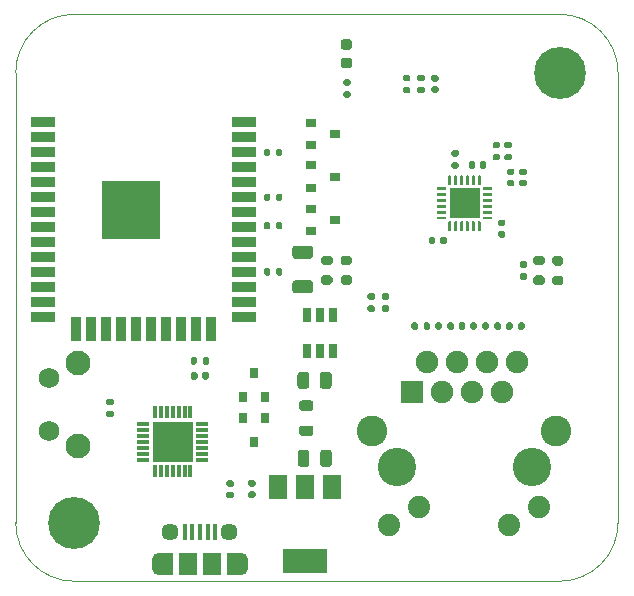
<source format=gbr>
G04 #@! TF.GenerationSoftware,KiCad,Pcbnew,(5.1.7)-1*
G04 #@! TF.CreationDate,2021-04-06T08:53:53-07:00*
G04 #@! TF.ProjectId,EsperDNS,45737065-7244-44e5-932e-6b696361645f,rev?*
G04 #@! TF.SameCoordinates,Original*
G04 #@! TF.FileFunction,Soldermask,Top*
G04 #@! TF.FilePolarity,Negative*
%FSLAX46Y46*%
G04 Gerber Fmt 4.6, Leading zero omitted, Abs format (unit mm)*
G04 Created by KiCad (PCBNEW (5.1.7)-1) date 2021-04-06 08:53:53*
%MOMM*%
%LPD*%
G01*
G04 APERTURE LIST*
G04 #@! TA.AperFunction,Profile*
%ADD10C,0.100000*%
G04 #@! TD*
%ADD11R,1.000000X0.300000*%
%ADD12R,0.300000X1.000000*%
%ADD13R,3.400000X3.400000*%
%ADD14R,1.500000X1.900000*%
%ADD15C,1.450000*%
%ADD16R,0.400000X1.350000*%
%ADD17O,1.200000X1.900000*%
%ADD18R,1.200000X1.900000*%
%ADD19R,0.800000X0.900000*%
%ADD20R,2.600000X2.600000*%
%ADD21R,5.000000X5.000000*%
%ADD22R,2.000000X0.900000*%
%ADD23R,0.900000X2.000000*%
%ADD24R,3.800000X2.000000*%
%ADD25R,1.500000X2.000000*%
%ADD26C,2.100000*%
%ADD27C,1.750000*%
%ADD28R,0.900000X0.800000*%
%ADD29R,1.900000X1.900000*%
%ADD30C,1.900000*%
%ADD31C,1.890000*%
%ADD32C,2.600000*%
%ADD33C,3.250000*%
%ADD34C,4.400000*%
%ADD35R,0.700000X1.300000*%
G04 APERTURE END LIST*
D10*
X-25500000Y-19050000D02*
G75*
G03*
X-20550000Y-24000000I4950000J0D01*
G01*
X20550000Y-24000000D02*
G75*
G03*
X25500000Y-19050000I0J4950000D01*
G01*
X25500000Y19050000D02*
G75*
G03*
X20550000Y24000000I-4950000J0D01*
G01*
X-20550000Y24000000D02*
G75*
G03*
X-25500000Y19050000I0J-4950000D01*
G01*
X25500000Y19050000D02*
X25500000Y-19050000D01*
X-20550000Y24000000D02*
X20550000Y24000000D01*
X-25500000Y19050000D02*
X-25500000Y-19050000D01*
X-20550000Y-24000000D02*
X20550000Y-24000000D01*
D11*
X-9700000Y-13700000D03*
D12*
X-13700000Y-14700000D03*
D11*
X-14700000Y-10700000D03*
D12*
X-10700000Y-9700000D03*
X-11200000Y-9700000D03*
X-11700000Y-9700000D03*
X-12200000Y-9700000D03*
X-12700000Y-9700000D03*
X-13200000Y-9700000D03*
X-13700000Y-9700000D03*
D11*
X-14700000Y-11200000D03*
X-14700000Y-11700000D03*
X-14700000Y-12200000D03*
X-14700000Y-12700000D03*
X-14700000Y-13200000D03*
X-14700000Y-13700000D03*
D12*
X-13200000Y-14700000D03*
X-12700000Y-14700000D03*
X-12200000Y-14700000D03*
X-11700000Y-14700000D03*
X-11200000Y-14700000D03*
X-10700000Y-14700000D03*
D11*
X-9700000Y-13200000D03*
X-9700000Y-12700000D03*
X-9700000Y-12200000D03*
X-9700000Y-11700000D03*
X-9700000Y-11200000D03*
X-9700000Y-10700000D03*
D13*
X-12200000Y-12200000D03*
G36*
G01*
X-9126000Y-6431500D02*
X-9126000Y-6776500D01*
G75*
G02*
X-9273500Y-6924000I-147500J0D01*
G01*
X-9568500Y-6924000D01*
G75*
G02*
X-9716000Y-6776500I0J147500D01*
G01*
X-9716000Y-6431500D01*
G75*
G02*
X-9568500Y-6284000I147500J0D01*
G01*
X-9273500Y-6284000D01*
G75*
G02*
X-9126000Y-6431500I0J-147500D01*
G01*
G37*
G36*
G01*
X-10096000Y-6431500D02*
X-10096000Y-6776500D01*
G75*
G02*
X-10243500Y-6924000I-147500J0D01*
G01*
X-10538500Y-6924000D01*
G75*
G02*
X-10686000Y-6776500I0J147500D01*
G01*
X-10686000Y-6431500D01*
G75*
G02*
X-10538500Y-6284000I147500J0D01*
G01*
X-10243500Y-6284000D01*
G75*
G02*
X-10096000Y-6431500I0J-147500D01*
G01*
G37*
D14*
X-8906000Y-22573500D03*
D15*
X-12406000Y-19873500D03*
D16*
X-10556000Y-19873500D03*
X-11206000Y-19873500D03*
X-8606000Y-19873500D03*
X-9256000Y-19873500D03*
X-9906000Y-19873500D03*
D15*
X-7406000Y-19873500D03*
D14*
X-10906000Y-22573500D03*
D17*
X-13406000Y-22573500D03*
X-6406000Y-22573500D03*
D18*
X-7006000Y-22573500D03*
X-12806000Y-22573500D03*
D19*
X-6284000Y-8366000D03*
X-4384000Y-8366000D03*
X-5334000Y-6366000D03*
X-4384000Y-10176000D03*
X-6284000Y-10176000D03*
X-5334000Y-12176000D03*
G36*
G01*
X-1650000Y-7475000D02*
X-1650000Y-6525000D01*
G75*
G02*
X-1400000Y-6275000I250000J0D01*
G01*
X-900000Y-6275000D01*
G75*
G02*
X-650000Y-6525000I0J-250000D01*
G01*
X-650000Y-7475000D01*
G75*
G02*
X-900000Y-7725000I-250000J0D01*
G01*
X-1400000Y-7725000D01*
G75*
G02*
X-1650000Y-7475000I0J250000D01*
G01*
G37*
G36*
G01*
X250000Y-7475000D02*
X250000Y-6525000D01*
G75*
G02*
X500000Y-6275000I250000J0D01*
G01*
X1000000Y-6275000D01*
G75*
G02*
X1250000Y-6525000I0J-250000D01*
G01*
X1250000Y-7475000D01*
G75*
G02*
X1000000Y-7725000I-250000J0D01*
G01*
X500000Y-7725000D01*
G75*
G02*
X250000Y-7475000I0J250000D01*
G01*
G37*
G36*
G01*
X-1625000Y-14075000D02*
X-1625000Y-13125000D01*
G75*
G02*
X-1375000Y-12875000I250000J0D01*
G01*
X-875000Y-12875000D01*
G75*
G02*
X-625000Y-13125000I0J-250000D01*
G01*
X-625000Y-14075000D01*
G75*
G02*
X-875000Y-14325000I-250000J0D01*
G01*
X-1375000Y-14325000D01*
G75*
G02*
X-1625000Y-14075000I0J250000D01*
G01*
G37*
G36*
G01*
X275000Y-14075000D02*
X275000Y-13125000D01*
G75*
G02*
X525000Y-12875000I250000J0D01*
G01*
X1025000Y-12875000D01*
G75*
G02*
X1275000Y-13125000I0J-250000D01*
G01*
X1275000Y-14075000D01*
G75*
G02*
X1025000Y-14325000I-250000J0D01*
G01*
X525000Y-14325000D01*
G75*
G02*
X275000Y-14075000I0J250000D01*
G01*
G37*
G36*
G01*
X19075000Y1085000D02*
X18525000Y1085000D01*
G75*
G02*
X18325000Y1285000I0J200000D01*
G01*
X18325000Y1685000D01*
G75*
G02*
X18525000Y1885000I200000J0D01*
G01*
X19075000Y1885000D01*
G75*
G02*
X19275000Y1685000I0J-200000D01*
G01*
X19275000Y1285000D01*
G75*
G02*
X19075000Y1085000I-200000J0D01*
G01*
G37*
G36*
G01*
X19075000Y2735000D02*
X18525000Y2735000D01*
G75*
G02*
X18325000Y2935000I0J200000D01*
G01*
X18325000Y3335000D01*
G75*
G02*
X18525000Y3535000I200000J0D01*
G01*
X19075000Y3535000D01*
G75*
G02*
X19275000Y3335000I0J-200000D01*
G01*
X19275000Y2935000D01*
G75*
G02*
X19075000Y2735000I-200000J0D01*
G01*
G37*
G36*
G01*
X20125000Y3525000D02*
X20675000Y3525000D01*
G75*
G02*
X20875000Y3325000I0J-200000D01*
G01*
X20875000Y2925000D01*
G75*
G02*
X20675000Y2725000I-200000J0D01*
G01*
X20125000Y2725000D01*
G75*
G02*
X19925000Y2925000I0J200000D01*
G01*
X19925000Y3325000D01*
G75*
G02*
X20125000Y3525000I200000J0D01*
G01*
G37*
G36*
G01*
X20125000Y1875000D02*
X20675000Y1875000D01*
G75*
G02*
X20875000Y1675000I0J-200000D01*
G01*
X20875000Y1275000D01*
G75*
G02*
X20675000Y1075000I-200000J0D01*
G01*
X20125000Y1075000D01*
G75*
G02*
X19925000Y1275000I0J200000D01*
G01*
X19925000Y1675000D01*
G75*
G02*
X20125000Y1875000I200000J0D01*
G01*
G37*
G36*
G01*
X-1281250Y-8700000D02*
X-518750Y-8700000D01*
G75*
G02*
X-300000Y-8918750I0J-218750D01*
G01*
X-300000Y-9356250D01*
G75*
G02*
X-518750Y-9575000I-218750J0D01*
G01*
X-1281250Y-9575000D01*
G75*
G02*
X-1500000Y-9356250I0J218750D01*
G01*
X-1500000Y-8918750D01*
G75*
G02*
X-1281250Y-8700000I218750J0D01*
G01*
G37*
G36*
G01*
X-1281250Y-10825000D02*
X-518750Y-10825000D01*
G75*
G02*
X-300000Y-11043750I0J-218750D01*
G01*
X-300000Y-11481250D01*
G75*
G02*
X-518750Y-11700000I-218750J0D01*
G01*
X-1281250Y-11700000D01*
G75*
G02*
X-1500000Y-11481250I0J218750D01*
G01*
X-1500000Y-11043750D01*
G75*
G02*
X-1281250Y-10825000I218750J0D01*
G01*
G37*
G36*
G01*
X-2920000Y2385000D02*
X-2920000Y2015000D01*
G75*
G02*
X-3055000Y1880000I-135000J0D01*
G01*
X-3325000Y1880000D01*
G75*
G02*
X-3460000Y2015000I0J135000D01*
G01*
X-3460000Y2385000D01*
G75*
G02*
X-3325000Y2520000I135000J0D01*
G01*
X-3055000Y2520000D01*
G75*
G02*
X-2920000Y2385000I0J-135000D01*
G01*
G37*
G36*
G01*
X-3940000Y2385000D02*
X-3940000Y2015000D01*
G75*
G02*
X-4075000Y1880000I-135000J0D01*
G01*
X-4345000Y1880000D01*
G75*
G02*
X-4480000Y2015000I0J135000D01*
G01*
X-4480000Y2385000D01*
G75*
G02*
X-4345000Y2520000I135000J0D01*
G01*
X-4075000Y2520000D01*
G75*
G02*
X-3940000Y2385000I0J-135000D01*
G01*
G37*
G36*
G01*
X14850000Y6812500D02*
X14850000Y6687500D01*
G75*
G02*
X14787500Y6625000I-62500J0D01*
G01*
X14087500Y6625000D01*
G75*
G02*
X14025000Y6687500I0J62500D01*
G01*
X14025000Y6812500D01*
G75*
G02*
X14087500Y6875000I62500J0D01*
G01*
X14787500Y6875000D01*
G75*
G02*
X14850000Y6812500I0J-62500D01*
G01*
G37*
G36*
G01*
X14850000Y7312500D02*
X14850000Y7187500D01*
G75*
G02*
X14787500Y7125000I-62500J0D01*
G01*
X14087500Y7125000D01*
G75*
G02*
X14025000Y7187500I0J62500D01*
G01*
X14025000Y7312500D01*
G75*
G02*
X14087500Y7375000I62500J0D01*
G01*
X14787500Y7375000D01*
G75*
G02*
X14850000Y7312500I0J-62500D01*
G01*
G37*
G36*
G01*
X14850000Y7812500D02*
X14850000Y7687500D01*
G75*
G02*
X14787500Y7625000I-62500J0D01*
G01*
X14087500Y7625000D01*
G75*
G02*
X14025000Y7687500I0J62500D01*
G01*
X14025000Y7812500D01*
G75*
G02*
X14087500Y7875000I62500J0D01*
G01*
X14787500Y7875000D01*
G75*
G02*
X14850000Y7812500I0J-62500D01*
G01*
G37*
G36*
G01*
X14850000Y8312500D02*
X14850000Y8187500D01*
G75*
G02*
X14787500Y8125000I-62500J0D01*
G01*
X14087500Y8125000D01*
G75*
G02*
X14025000Y8187500I0J62500D01*
G01*
X14025000Y8312500D01*
G75*
G02*
X14087500Y8375000I62500J0D01*
G01*
X14787500Y8375000D01*
G75*
G02*
X14850000Y8312500I0J-62500D01*
G01*
G37*
G36*
G01*
X14850000Y8812500D02*
X14850000Y8687500D01*
G75*
G02*
X14787500Y8625000I-62500J0D01*
G01*
X14087500Y8625000D01*
G75*
G02*
X14025000Y8687500I0J62500D01*
G01*
X14025000Y8812500D01*
G75*
G02*
X14087500Y8875000I62500J0D01*
G01*
X14787500Y8875000D01*
G75*
G02*
X14850000Y8812500I0J-62500D01*
G01*
G37*
G36*
G01*
X14850000Y9312500D02*
X14850000Y9187500D01*
G75*
G02*
X14787500Y9125000I-62500J0D01*
G01*
X14087500Y9125000D01*
G75*
G02*
X14025000Y9187500I0J62500D01*
G01*
X14025000Y9312500D01*
G75*
G02*
X14087500Y9375000I62500J0D01*
G01*
X14787500Y9375000D01*
G75*
G02*
X14850000Y9312500I0J-62500D01*
G01*
G37*
G36*
G01*
X13875000Y10287500D02*
X13875000Y9587500D01*
G75*
G02*
X13812500Y9525000I-62500J0D01*
G01*
X13687500Y9525000D01*
G75*
G02*
X13625000Y9587500I0J62500D01*
G01*
X13625000Y10287500D01*
G75*
G02*
X13687500Y10350000I62500J0D01*
G01*
X13812500Y10350000D01*
G75*
G02*
X13875000Y10287500I0J-62500D01*
G01*
G37*
G36*
G01*
X13375000Y10287500D02*
X13375000Y9587500D01*
G75*
G02*
X13312500Y9525000I-62500J0D01*
G01*
X13187500Y9525000D01*
G75*
G02*
X13125000Y9587500I0J62500D01*
G01*
X13125000Y10287500D01*
G75*
G02*
X13187500Y10350000I62500J0D01*
G01*
X13312500Y10350000D01*
G75*
G02*
X13375000Y10287500I0J-62500D01*
G01*
G37*
G36*
G01*
X12875000Y10287500D02*
X12875000Y9587500D01*
G75*
G02*
X12812500Y9525000I-62500J0D01*
G01*
X12687500Y9525000D01*
G75*
G02*
X12625000Y9587500I0J62500D01*
G01*
X12625000Y10287500D01*
G75*
G02*
X12687500Y10350000I62500J0D01*
G01*
X12812500Y10350000D01*
G75*
G02*
X12875000Y10287500I0J-62500D01*
G01*
G37*
G36*
G01*
X12375000Y10287500D02*
X12375000Y9587500D01*
G75*
G02*
X12312500Y9525000I-62500J0D01*
G01*
X12187500Y9525000D01*
G75*
G02*
X12125000Y9587500I0J62500D01*
G01*
X12125000Y10287500D01*
G75*
G02*
X12187500Y10350000I62500J0D01*
G01*
X12312500Y10350000D01*
G75*
G02*
X12375000Y10287500I0J-62500D01*
G01*
G37*
G36*
G01*
X11875000Y10287500D02*
X11875000Y9587500D01*
G75*
G02*
X11812500Y9525000I-62500J0D01*
G01*
X11687500Y9525000D01*
G75*
G02*
X11625000Y9587500I0J62500D01*
G01*
X11625000Y10287500D01*
G75*
G02*
X11687500Y10350000I62500J0D01*
G01*
X11812500Y10350000D01*
G75*
G02*
X11875000Y10287500I0J-62500D01*
G01*
G37*
G36*
G01*
X11375000Y10287500D02*
X11375000Y9587500D01*
G75*
G02*
X11312500Y9525000I-62500J0D01*
G01*
X11187500Y9525000D01*
G75*
G02*
X11125000Y9587500I0J62500D01*
G01*
X11125000Y10287500D01*
G75*
G02*
X11187500Y10350000I62500J0D01*
G01*
X11312500Y10350000D01*
G75*
G02*
X11375000Y10287500I0J-62500D01*
G01*
G37*
G36*
G01*
X10975000Y9312500D02*
X10975000Y9187500D01*
G75*
G02*
X10912500Y9125000I-62500J0D01*
G01*
X10212500Y9125000D01*
G75*
G02*
X10150000Y9187500I0J62500D01*
G01*
X10150000Y9312500D01*
G75*
G02*
X10212500Y9375000I62500J0D01*
G01*
X10912500Y9375000D01*
G75*
G02*
X10975000Y9312500I0J-62500D01*
G01*
G37*
G36*
G01*
X10975000Y8812500D02*
X10975000Y8687500D01*
G75*
G02*
X10912500Y8625000I-62500J0D01*
G01*
X10212500Y8625000D01*
G75*
G02*
X10150000Y8687500I0J62500D01*
G01*
X10150000Y8812500D01*
G75*
G02*
X10212500Y8875000I62500J0D01*
G01*
X10912500Y8875000D01*
G75*
G02*
X10975000Y8812500I0J-62500D01*
G01*
G37*
G36*
G01*
X10975000Y8312500D02*
X10975000Y8187500D01*
G75*
G02*
X10912500Y8125000I-62500J0D01*
G01*
X10212500Y8125000D01*
G75*
G02*
X10150000Y8187500I0J62500D01*
G01*
X10150000Y8312500D01*
G75*
G02*
X10212500Y8375000I62500J0D01*
G01*
X10912500Y8375000D01*
G75*
G02*
X10975000Y8312500I0J-62500D01*
G01*
G37*
G36*
G01*
X10975000Y7812500D02*
X10975000Y7687500D01*
G75*
G02*
X10912500Y7625000I-62500J0D01*
G01*
X10212500Y7625000D01*
G75*
G02*
X10150000Y7687500I0J62500D01*
G01*
X10150000Y7812500D01*
G75*
G02*
X10212500Y7875000I62500J0D01*
G01*
X10912500Y7875000D01*
G75*
G02*
X10975000Y7812500I0J-62500D01*
G01*
G37*
G36*
G01*
X10975000Y7312500D02*
X10975000Y7187500D01*
G75*
G02*
X10912500Y7125000I-62500J0D01*
G01*
X10212500Y7125000D01*
G75*
G02*
X10150000Y7187500I0J62500D01*
G01*
X10150000Y7312500D01*
G75*
G02*
X10212500Y7375000I62500J0D01*
G01*
X10912500Y7375000D01*
G75*
G02*
X10975000Y7312500I0J-62500D01*
G01*
G37*
G36*
G01*
X10975000Y6812500D02*
X10975000Y6687500D01*
G75*
G02*
X10912500Y6625000I-62500J0D01*
G01*
X10212500Y6625000D01*
G75*
G02*
X10150000Y6687500I0J62500D01*
G01*
X10150000Y6812500D01*
G75*
G02*
X10212500Y6875000I62500J0D01*
G01*
X10912500Y6875000D01*
G75*
G02*
X10975000Y6812500I0J-62500D01*
G01*
G37*
G36*
G01*
X11375000Y6412500D02*
X11375000Y5712500D01*
G75*
G02*
X11312500Y5650000I-62500J0D01*
G01*
X11187500Y5650000D01*
G75*
G02*
X11125000Y5712500I0J62500D01*
G01*
X11125000Y6412500D01*
G75*
G02*
X11187500Y6475000I62500J0D01*
G01*
X11312500Y6475000D01*
G75*
G02*
X11375000Y6412500I0J-62500D01*
G01*
G37*
G36*
G01*
X11875000Y6412500D02*
X11875000Y5712500D01*
G75*
G02*
X11812500Y5650000I-62500J0D01*
G01*
X11687500Y5650000D01*
G75*
G02*
X11625000Y5712500I0J62500D01*
G01*
X11625000Y6412500D01*
G75*
G02*
X11687500Y6475000I62500J0D01*
G01*
X11812500Y6475000D01*
G75*
G02*
X11875000Y6412500I0J-62500D01*
G01*
G37*
G36*
G01*
X12375000Y6412500D02*
X12375000Y5712500D01*
G75*
G02*
X12312500Y5650000I-62500J0D01*
G01*
X12187500Y5650000D01*
G75*
G02*
X12125000Y5712500I0J62500D01*
G01*
X12125000Y6412500D01*
G75*
G02*
X12187500Y6475000I62500J0D01*
G01*
X12312500Y6475000D01*
G75*
G02*
X12375000Y6412500I0J-62500D01*
G01*
G37*
G36*
G01*
X12875000Y6412500D02*
X12875000Y5712500D01*
G75*
G02*
X12812500Y5650000I-62500J0D01*
G01*
X12687500Y5650000D01*
G75*
G02*
X12625000Y5712500I0J62500D01*
G01*
X12625000Y6412500D01*
G75*
G02*
X12687500Y6475000I62500J0D01*
G01*
X12812500Y6475000D01*
G75*
G02*
X12875000Y6412500I0J-62500D01*
G01*
G37*
G36*
G01*
X13375000Y6412500D02*
X13375000Y5712500D01*
G75*
G02*
X13312500Y5650000I-62500J0D01*
G01*
X13187500Y5650000D01*
G75*
G02*
X13125000Y5712500I0J62500D01*
G01*
X13125000Y6412500D01*
G75*
G02*
X13187500Y6475000I62500J0D01*
G01*
X13312500Y6475000D01*
G75*
G02*
X13375000Y6412500I0J-62500D01*
G01*
G37*
G36*
G01*
X13875000Y6412500D02*
X13875000Y5712500D01*
G75*
G02*
X13812500Y5650000I-62500J0D01*
G01*
X13687500Y5650000D01*
G75*
G02*
X13625000Y5712500I0J62500D01*
G01*
X13625000Y6412500D01*
G75*
G02*
X13687500Y6475000I62500J0D01*
G01*
X13812500Y6475000D01*
G75*
G02*
X13875000Y6412500I0J-62500D01*
G01*
G37*
D20*
X12500000Y8000000D03*
D21*
X-15700000Y7400000D03*
D22*
X-23200000Y14900000D03*
X-23200000Y13630000D03*
X-23200000Y12360000D03*
X-23200000Y11090000D03*
X-23200000Y9820000D03*
X-23200000Y8550000D03*
X-23200000Y7280000D03*
X-23200000Y6010000D03*
X-23200000Y4740000D03*
X-23200000Y3470000D03*
X-23200000Y2200000D03*
X-23200000Y930000D03*
X-23200000Y-340000D03*
X-23200000Y-1610000D03*
D23*
X-20415000Y-2610000D03*
X-19145000Y-2610000D03*
X-17875000Y-2610000D03*
X-16605000Y-2610000D03*
X-15335000Y-2610000D03*
X-14065000Y-2610000D03*
X-12795000Y-2610000D03*
X-11525000Y-2610000D03*
X-10255000Y-2610000D03*
X-8985000Y-2610000D03*
D22*
X-6200000Y-1610000D03*
X-6200000Y-340000D03*
X-6200000Y930000D03*
X-6200000Y2200000D03*
X-6200000Y3470000D03*
X-6200000Y4740000D03*
X-6200000Y6010000D03*
X-6200000Y7280000D03*
X-6200000Y8550000D03*
X-6200000Y9820000D03*
X-6200000Y11090000D03*
X-6200000Y12360000D03*
X-6200000Y13630000D03*
X-6200000Y14900000D03*
D24*
X-1000000Y-22300000D03*
D25*
X-1000000Y-16000000D03*
X-3300000Y-16000000D03*
X1300000Y-16000000D03*
D26*
X-20210000Y-5540000D03*
D27*
X-22700000Y-6800000D03*
X-22700000Y-11300000D03*
D26*
X-20210000Y-12550000D03*
G36*
G01*
X8985000Y17320000D02*
X8615000Y17320000D01*
G75*
G02*
X8480000Y17455000I0J135000D01*
G01*
X8480000Y17725000D01*
G75*
G02*
X8615000Y17860000I135000J0D01*
G01*
X8985000Y17860000D01*
G75*
G02*
X9120000Y17725000I0J-135000D01*
G01*
X9120000Y17455000D01*
G75*
G02*
X8985000Y17320000I-135000J0D01*
G01*
G37*
G36*
G01*
X8985000Y18340000D02*
X8615000Y18340000D01*
G75*
G02*
X8480000Y18475000I0J135000D01*
G01*
X8480000Y18745000D01*
G75*
G02*
X8615000Y18880000I135000J0D01*
G01*
X8985000Y18880000D01*
G75*
G02*
X9120000Y18745000I0J-135000D01*
G01*
X9120000Y18475000D01*
G75*
G02*
X8985000Y18340000I-135000J0D01*
G01*
G37*
G36*
G01*
X17315000Y3080000D02*
X17685000Y3080000D01*
G75*
G02*
X17820000Y2945000I0J-135000D01*
G01*
X17820000Y2675000D01*
G75*
G02*
X17685000Y2540000I-135000J0D01*
G01*
X17315000Y2540000D01*
G75*
G02*
X17180000Y2675000I0J135000D01*
G01*
X17180000Y2945000D01*
G75*
G02*
X17315000Y3080000I135000J0D01*
G01*
G37*
G36*
G01*
X17315000Y2060000D02*
X17685000Y2060000D01*
G75*
G02*
X17820000Y1925000I0J-135000D01*
G01*
X17820000Y1655000D01*
G75*
G02*
X17685000Y1520000I-135000J0D01*
G01*
X17315000Y1520000D01*
G75*
G02*
X17180000Y1655000I0J135000D01*
G01*
X17180000Y1925000D01*
G75*
G02*
X17315000Y2060000I135000J0D01*
G01*
G37*
G36*
G01*
X11885000Y10930000D02*
X11515000Y10930000D01*
G75*
G02*
X11380000Y11065000I0J135000D01*
G01*
X11380000Y11335000D01*
G75*
G02*
X11515000Y11470000I135000J0D01*
G01*
X11885000Y11470000D01*
G75*
G02*
X12020000Y11335000I0J-135000D01*
G01*
X12020000Y11065000D01*
G75*
G02*
X11885000Y10930000I-135000J0D01*
G01*
G37*
G36*
G01*
X11885000Y11950000D02*
X11515000Y11950000D01*
G75*
G02*
X11380000Y12085000I0J135000D01*
G01*
X11380000Y12355000D01*
G75*
G02*
X11515000Y12490000I135000J0D01*
G01*
X11885000Y12490000D01*
G75*
G02*
X12020000Y12355000I0J-135000D01*
G01*
X12020000Y12085000D01*
G75*
G02*
X11885000Y11950000I-135000J0D01*
G01*
G37*
G36*
G01*
X16385000Y11630000D02*
X16015000Y11630000D01*
G75*
G02*
X15880000Y11765000I0J135000D01*
G01*
X15880000Y12035000D01*
G75*
G02*
X16015000Y12170000I135000J0D01*
G01*
X16385000Y12170000D01*
G75*
G02*
X16520000Y12035000I0J-135000D01*
G01*
X16520000Y11765000D01*
G75*
G02*
X16385000Y11630000I-135000J0D01*
G01*
G37*
G36*
G01*
X16385000Y12650000D02*
X16015000Y12650000D01*
G75*
G02*
X15880000Y12785000I0J135000D01*
G01*
X15880000Y13055000D01*
G75*
G02*
X16015000Y13190000I135000J0D01*
G01*
X16385000Y13190000D01*
G75*
G02*
X16520000Y13055000I0J-135000D01*
G01*
X16520000Y12785000D01*
G75*
G02*
X16385000Y12650000I-135000J0D01*
G01*
G37*
G36*
G01*
X15385000Y11630000D02*
X15015000Y11630000D01*
G75*
G02*
X14880000Y11765000I0J135000D01*
G01*
X14880000Y12035000D01*
G75*
G02*
X15015000Y12170000I135000J0D01*
G01*
X15385000Y12170000D01*
G75*
G02*
X15520000Y12035000I0J-135000D01*
G01*
X15520000Y11765000D01*
G75*
G02*
X15385000Y11630000I-135000J0D01*
G01*
G37*
G36*
G01*
X15385000Y12650000D02*
X15015000Y12650000D01*
G75*
G02*
X14880000Y12785000I0J135000D01*
G01*
X14880000Y13055000D01*
G75*
G02*
X15015000Y13190000I135000J0D01*
G01*
X15385000Y13190000D01*
G75*
G02*
X15520000Y13055000I0J-135000D01*
G01*
X15520000Y12785000D01*
G75*
G02*
X15385000Y12650000I-135000J0D01*
G01*
G37*
G36*
G01*
X14010000Y-2585000D02*
X14010000Y-2215000D01*
G75*
G02*
X14145000Y-2080000I135000J0D01*
G01*
X14415000Y-2080000D01*
G75*
G02*
X14550000Y-2215000I0J-135000D01*
G01*
X14550000Y-2585000D01*
G75*
G02*
X14415000Y-2720000I-135000J0D01*
G01*
X14145000Y-2720000D01*
G75*
G02*
X14010000Y-2585000I0J135000D01*
G01*
G37*
G36*
G01*
X15030000Y-2585000D02*
X15030000Y-2215000D01*
G75*
G02*
X15165000Y-2080000I135000J0D01*
G01*
X15435000Y-2080000D01*
G75*
G02*
X15570000Y-2215000I0J-135000D01*
G01*
X15570000Y-2585000D01*
G75*
G02*
X15435000Y-2720000I-135000J0D01*
G01*
X15165000Y-2720000D01*
G75*
G02*
X15030000Y-2585000I0J135000D01*
G01*
G37*
G36*
G01*
X17590000Y-2215000D02*
X17590000Y-2585000D01*
G75*
G02*
X17455000Y-2720000I-135000J0D01*
G01*
X17185000Y-2720000D01*
G75*
G02*
X17050000Y-2585000I0J135000D01*
G01*
X17050000Y-2215000D01*
G75*
G02*
X17185000Y-2080000I135000J0D01*
G01*
X17455000Y-2080000D01*
G75*
G02*
X17590000Y-2215000I0J-135000D01*
G01*
G37*
G36*
G01*
X16570000Y-2215000D02*
X16570000Y-2585000D01*
G75*
G02*
X16435000Y-2720000I-135000J0D01*
G01*
X16165000Y-2720000D01*
G75*
G02*
X16030000Y-2585000I0J135000D01*
G01*
X16030000Y-2215000D01*
G75*
G02*
X16165000Y-2080000I135000J0D01*
G01*
X16435000Y-2080000D01*
G75*
G02*
X16570000Y-2215000I0J-135000D01*
G01*
G37*
G36*
G01*
X8010000Y-2585000D02*
X8010000Y-2215000D01*
G75*
G02*
X8145000Y-2080000I135000J0D01*
G01*
X8415000Y-2080000D01*
G75*
G02*
X8550000Y-2215000I0J-135000D01*
G01*
X8550000Y-2585000D01*
G75*
G02*
X8415000Y-2720000I-135000J0D01*
G01*
X8145000Y-2720000D01*
G75*
G02*
X8010000Y-2585000I0J135000D01*
G01*
G37*
G36*
G01*
X9030000Y-2585000D02*
X9030000Y-2215000D01*
G75*
G02*
X9165000Y-2080000I135000J0D01*
G01*
X9435000Y-2080000D01*
G75*
G02*
X9570000Y-2215000I0J-135000D01*
G01*
X9570000Y-2585000D01*
G75*
G02*
X9435000Y-2720000I-135000J0D01*
G01*
X9165000Y-2720000D01*
G75*
G02*
X9030000Y-2585000I0J135000D01*
G01*
G37*
G36*
G01*
X11590000Y-2215000D02*
X11590000Y-2585000D01*
G75*
G02*
X11455000Y-2720000I-135000J0D01*
G01*
X11185000Y-2720000D01*
G75*
G02*
X11050000Y-2585000I0J135000D01*
G01*
X11050000Y-2215000D01*
G75*
G02*
X11185000Y-2080000I135000J0D01*
G01*
X11455000Y-2080000D01*
G75*
G02*
X11590000Y-2215000I0J-135000D01*
G01*
G37*
G36*
G01*
X10570000Y-2215000D02*
X10570000Y-2585000D01*
G75*
G02*
X10435000Y-2720000I-135000J0D01*
G01*
X10165000Y-2720000D01*
G75*
G02*
X10030000Y-2585000I0J135000D01*
G01*
X10030000Y-2215000D01*
G75*
G02*
X10165000Y-2080000I135000J0D01*
G01*
X10435000Y-2080000D01*
G75*
G02*
X10570000Y-2215000I0J-135000D01*
G01*
G37*
G36*
G01*
X4785000Y-1190000D02*
X4415000Y-1190000D01*
G75*
G02*
X4280000Y-1055000I0J135000D01*
G01*
X4280000Y-785000D01*
G75*
G02*
X4415000Y-650000I135000J0D01*
G01*
X4785000Y-650000D01*
G75*
G02*
X4920000Y-785000I0J-135000D01*
G01*
X4920000Y-1055000D01*
G75*
G02*
X4785000Y-1190000I-135000J0D01*
G01*
G37*
G36*
G01*
X4785000Y-170000D02*
X4415000Y-170000D01*
G75*
G02*
X4280000Y-35000I0J135000D01*
G01*
X4280000Y235000D01*
G75*
G02*
X4415000Y370000I135000J0D01*
G01*
X4785000Y370000D01*
G75*
G02*
X4920000Y235000I0J-135000D01*
G01*
X4920000Y-35000D01*
G75*
G02*
X4785000Y-170000I-135000J0D01*
G01*
G37*
G36*
G01*
X5985000Y-1180000D02*
X5615000Y-1180000D01*
G75*
G02*
X5480000Y-1045000I0J135000D01*
G01*
X5480000Y-775000D01*
G75*
G02*
X5615000Y-640000I135000J0D01*
G01*
X5985000Y-640000D01*
G75*
G02*
X6120000Y-775000I0J-135000D01*
G01*
X6120000Y-1045000D01*
G75*
G02*
X5985000Y-1180000I-135000J0D01*
G01*
G37*
G36*
G01*
X5985000Y-160000D02*
X5615000Y-160000D01*
G75*
G02*
X5480000Y-25000I0J135000D01*
G01*
X5480000Y245000D01*
G75*
G02*
X5615000Y380000I135000J0D01*
G01*
X5985000Y380000D01*
G75*
G02*
X6120000Y245000I0J-135000D01*
G01*
X6120000Y-25000D01*
G75*
G02*
X5985000Y-160000I-135000J0D01*
G01*
G37*
G36*
G01*
X7415000Y18870000D02*
X7785000Y18870000D01*
G75*
G02*
X7920000Y18735000I0J-135000D01*
G01*
X7920000Y18465000D01*
G75*
G02*
X7785000Y18330000I-135000J0D01*
G01*
X7415000Y18330000D01*
G75*
G02*
X7280000Y18465000I0J135000D01*
G01*
X7280000Y18735000D01*
G75*
G02*
X7415000Y18870000I135000J0D01*
G01*
G37*
G36*
G01*
X7415000Y17850000D02*
X7785000Y17850000D01*
G75*
G02*
X7920000Y17715000I0J-135000D01*
G01*
X7920000Y17445000D01*
G75*
G02*
X7785000Y17310000I-135000J0D01*
G01*
X7415000Y17310000D01*
G75*
G02*
X7280000Y17445000I0J135000D01*
G01*
X7280000Y17715000D01*
G75*
G02*
X7415000Y17850000I135000J0D01*
G01*
G37*
G36*
G01*
X-4490000Y12115000D02*
X-4490000Y12485000D01*
G75*
G02*
X-4355000Y12620000I135000J0D01*
G01*
X-4085000Y12620000D01*
G75*
G02*
X-3950000Y12485000I0J-135000D01*
G01*
X-3950000Y12115000D01*
G75*
G02*
X-4085000Y11980000I-135000J0D01*
G01*
X-4355000Y11980000D01*
G75*
G02*
X-4490000Y12115000I0J135000D01*
G01*
G37*
G36*
G01*
X-3470000Y12115000D02*
X-3470000Y12485000D01*
G75*
G02*
X-3335000Y12620000I135000J0D01*
G01*
X-3065000Y12620000D01*
G75*
G02*
X-2930000Y12485000I0J-135000D01*
G01*
X-2930000Y12115000D01*
G75*
G02*
X-3065000Y11980000I-135000J0D01*
G01*
X-3335000Y11980000D01*
G75*
G02*
X-3470000Y12115000I0J135000D01*
G01*
G37*
G36*
G01*
X-17315000Y-10130000D02*
X-17685000Y-10130000D01*
G75*
G02*
X-17820000Y-9995000I0J135000D01*
G01*
X-17820000Y-9725000D01*
G75*
G02*
X-17685000Y-9590000I135000J0D01*
G01*
X-17315000Y-9590000D01*
G75*
G02*
X-17180000Y-9725000I0J-135000D01*
G01*
X-17180000Y-9995000D01*
G75*
G02*
X-17315000Y-10130000I-135000J0D01*
G01*
G37*
G36*
G01*
X-17315000Y-9110000D02*
X-17685000Y-9110000D01*
G75*
G02*
X-17820000Y-8975000I0J135000D01*
G01*
X-17820000Y-8705000D01*
G75*
G02*
X-17685000Y-8570000I135000J0D01*
G01*
X-17315000Y-8570000D01*
G75*
G02*
X-17180000Y-8705000I0J-135000D01*
G01*
X-17180000Y-8975000D01*
G75*
G02*
X-17315000Y-9110000I-135000J0D01*
G01*
G37*
G36*
G01*
X-4480000Y8315000D02*
X-4480000Y8685000D01*
G75*
G02*
X-4345000Y8820000I135000J0D01*
G01*
X-4075000Y8820000D01*
G75*
G02*
X-3940000Y8685000I0J-135000D01*
G01*
X-3940000Y8315000D01*
G75*
G02*
X-4075000Y8180000I-135000J0D01*
G01*
X-4345000Y8180000D01*
G75*
G02*
X-4480000Y8315000I0J135000D01*
G01*
G37*
G36*
G01*
X-3460000Y8315000D02*
X-3460000Y8685000D01*
G75*
G02*
X-3325000Y8820000I135000J0D01*
G01*
X-3055000Y8820000D01*
G75*
G02*
X-2920000Y8685000I0J-135000D01*
G01*
X-2920000Y8315000D01*
G75*
G02*
X-3055000Y8180000I-135000J0D01*
G01*
X-3325000Y8180000D01*
G75*
G02*
X-3460000Y8315000I0J135000D01*
G01*
G37*
G36*
G01*
X-4490000Y5915000D02*
X-4490000Y6285000D01*
G75*
G02*
X-4355000Y6420000I135000J0D01*
G01*
X-4085000Y6420000D01*
G75*
G02*
X-3950000Y6285000I0J-135000D01*
G01*
X-3950000Y5915000D01*
G75*
G02*
X-4085000Y5780000I-135000J0D01*
G01*
X-4355000Y5780000D01*
G75*
G02*
X-4490000Y5915000I0J135000D01*
G01*
G37*
G36*
G01*
X-3470000Y5915000D02*
X-3470000Y6285000D01*
G75*
G02*
X-3335000Y6420000I135000J0D01*
G01*
X-3065000Y6420000D01*
G75*
G02*
X-2930000Y6285000I0J-135000D01*
G01*
X-2930000Y5915000D01*
G75*
G02*
X-3065000Y5780000I-135000J0D01*
G01*
X-3335000Y5780000D01*
G75*
G02*
X-3470000Y5915000I0J135000D01*
G01*
G37*
G36*
G01*
X-574998Y362500D02*
X-1825002Y362500D01*
G75*
G02*
X-2075000Y612498I0J249998D01*
G01*
X-2075000Y1237502D01*
G75*
G02*
X-1825002Y1487500I249998J0D01*
G01*
X-574998Y1487500D01*
G75*
G02*
X-325000Y1237502I0J-249998D01*
G01*
X-325000Y612498D01*
G75*
G02*
X-574998Y362500I-249998J0D01*
G01*
G37*
G36*
G01*
X-574998Y3287500D02*
X-1825002Y3287500D01*
G75*
G02*
X-2075000Y3537498I0J249998D01*
G01*
X-2075000Y4162502D01*
G75*
G02*
X-1825002Y4412500I249998J0D01*
G01*
X-574998Y4412500D01*
G75*
G02*
X-325000Y4162502I0J-249998D01*
G01*
X-325000Y3537498D01*
G75*
G02*
X-574998Y3287500I-249998J0D01*
G01*
G37*
G36*
G01*
X1125000Y1100000D02*
X575000Y1100000D01*
G75*
G02*
X375000Y1300000I0J200000D01*
G01*
X375000Y1700000D01*
G75*
G02*
X575000Y1900000I200000J0D01*
G01*
X1125000Y1900000D01*
G75*
G02*
X1325000Y1700000I0J-200000D01*
G01*
X1325000Y1300000D01*
G75*
G02*
X1125000Y1100000I-200000J0D01*
G01*
G37*
G36*
G01*
X1125000Y2750000D02*
X575000Y2750000D01*
G75*
G02*
X375000Y2950000I0J200000D01*
G01*
X375000Y3350000D01*
G75*
G02*
X575000Y3550000I200000J0D01*
G01*
X1125000Y3550000D01*
G75*
G02*
X1325000Y3350000I0J-200000D01*
G01*
X1325000Y2950000D01*
G75*
G02*
X1125000Y2750000I-200000J0D01*
G01*
G37*
G36*
G01*
X2775000Y1100000D02*
X2225000Y1100000D01*
G75*
G02*
X2025000Y1300000I0J200000D01*
G01*
X2025000Y1700000D01*
G75*
G02*
X2225000Y1900000I200000J0D01*
G01*
X2775000Y1900000D01*
G75*
G02*
X2975000Y1700000I0J-200000D01*
G01*
X2975000Y1300000D01*
G75*
G02*
X2775000Y1100000I-200000J0D01*
G01*
G37*
G36*
G01*
X2775000Y2750000D02*
X2225000Y2750000D01*
G75*
G02*
X2025000Y2950000I0J200000D01*
G01*
X2025000Y3350000D01*
G75*
G02*
X2225000Y3550000I200000J0D01*
G01*
X2775000Y3550000D01*
G75*
G02*
X2975000Y3350000I0J-200000D01*
G01*
X2975000Y2950000D01*
G75*
G02*
X2775000Y2750000I-200000J0D01*
G01*
G37*
G36*
G01*
X-9126000Y-5149000D02*
X-9126000Y-5519000D01*
G75*
G02*
X-9261000Y-5654000I-135000J0D01*
G01*
X-9531000Y-5654000D01*
G75*
G02*
X-9666000Y-5519000I0J135000D01*
G01*
X-9666000Y-5149000D01*
G75*
G02*
X-9531000Y-5014000I135000J0D01*
G01*
X-9261000Y-5014000D01*
G75*
G02*
X-9126000Y-5149000I0J-135000D01*
G01*
G37*
G36*
G01*
X-10146000Y-5149000D02*
X-10146000Y-5519000D01*
G75*
G02*
X-10281000Y-5654000I-135000J0D01*
G01*
X-10551000Y-5654000D01*
G75*
G02*
X-10686000Y-5519000I0J135000D01*
G01*
X-10686000Y-5149000D01*
G75*
G02*
X-10551000Y-5014000I135000J0D01*
G01*
X-10281000Y-5014000D01*
G75*
G02*
X-10146000Y-5149000I0J-135000D01*
G01*
G37*
G36*
G01*
X2735000Y16930000D02*
X2365000Y16930000D01*
G75*
G02*
X2230000Y17065000I0J135000D01*
G01*
X2230000Y17335000D01*
G75*
G02*
X2365000Y17470000I135000J0D01*
G01*
X2735000Y17470000D01*
G75*
G02*
X2870000Y17335000I0J-135000D01*
G01*
X2870000Y17065000D01*
G75*
G02*
X2735000Y16930000I-135000J0D01*
G01*
G37*
G36*
G01*
X2735000Y17950000D02*
X2365000Y17950000D01*
G75*
G02*
X2230000Y18085000I0J135000D01*
G01*
X2230000Y18355000D01*
G75*
G02*
X2365000Y18490000I135000J0D01*
G01*
X2735000Y18490000D01*
G75*
G02*
X2870000Y18355000I0J-135000D01*
G01*
X2870000Y18085000D01*
G75*
G02*
X2735000Y17950000I-135000J0D01*
G01*
G37*
D28*
X-500000Y14800000D03*
X-500000Y12900000D03*
X1500000Y13850000D03*
X-500000Y7550000D03*
X-500000Y5650000D03*
X1500000Y6600000D03*
X-500000Y11200000D03*
X-500000Y9300000D03*
X1500000Y10250000D03*
D29*
X8020000Y-8000000D03*
D30*
X9290000Y-5460000D03*
X10560000Y-8000000D03*
X11830000Y-5460000D03*
X13100000Y-8000000D03*
X14370000Y-5460000D03*
X15640000Y-8000000D03*
X16910000Y-5460000D03*
D31*
X18790000Y-17720000D03*
X16250000Y-19240000D03*
X8680000Y-17720000D03*
X6140000Y-19240000D03*
D32*
X4690000Y-11290000D03*
X20240000Y-11290000D03*
D33*
X6750000Y-14340000D03*
X18180000Y-14340000D03*
D34*
X20550000Y19050000D03*
X-20550000Y-19050000D03*
D35*
X1400000Y-1450000D03*
X300000Y-1450000D03*
X-800000Y-1450000D03*
X-800000Y-4550000D03*
X300000Y-4550000D03*
X1400000Y-4550000D03*
G36*
G01*
X2243750Y21887500D02*
X2756250Y21887500D01*
G75*
G02*
X2975000Y21668750I0J-218750D01*
G01*
X2975000Y21231250D01*
G75*
G02*
X2756250Y21012500I-218750J0D01*
G01*
X2243750Y21012500D01*
G75*
G02*
X2025000Y21231250I0J218750D01*
G01*
X2025000Y21668750D01*
G75*
G02*
X2243750Y21887500I218750J0D01*
G01*
G37*
G36*
G01*
X2243750Y20312500D02*
X2756250Y20312500D01*
G75*
G02*
X2975000Y20093750I0J-218750D01*
G01*
X2975000Y19656250D01*
G75*
G02*
X2756250Y19437500I-218750J0D01*
G01*
X2243750Y19437500D01*
G75*
G02*
X2025000Y19656250I0J218750D01*
G01*
X2025000Y20093750D01*
G75*
G02*
X2243750Y20312500I218750J0D01*
G01*
G37*
G36*
G01*
X12020000Y-2570000D02*
X12020000Y-2230000D01*
G75*
G02*
X12160000Y-2090000I140000J0D01*
G01*
X12440000Y-2090000D01*
G75*
G02*
X12580000Y-2230000I0J-140000D01*
G01*
X12580000Y-2570000D01*
G75*
G02*
X12440000Y-2710000I-140000J0D01*
G01*
X12160000Y-2710000D01*
G75*
G02*
X12020000Y-2570000I0J140000D01*
G01*
G37*
G36*
G01*
X12980000Y-2570000D02*
X12980000Y-2230000D01*
G75*
G02*
X13120000Y-2090000I140000J0D01*
G01*
X13400000Y-2090000D01*
G75*
G02*
X13540000Y-2230000I0J-140000D01*
G01*
X13540000Y-2570000D01*
G75*
G02*
X13400000Y-2710000I-140000J0D01*
G01*
X13120000Y-2710000D01*
G75*
G02*
X12980000Y-2570000I0J140000D01*
G01*
G37*
G36*
G01*
X17620000Y9420000D02*
X17280000Y9420000D01*
G75*
G02*
X17140000Y9560000I0J140000D01*
G01*
X17140000Y9840000D01*
G75*
G02*
X17280000Y9980000I140000J0D01*
G01*
X17620000Y9980000D01*
G75*
G02*
X17760000Y9840000I0J-140000D01*
G01*
X17760000Y9560000D01*
G75*
G02*
X17620000Y9420000I-140000J0D01*
G01*
G37*
G36*
G01*
X17620000Y10380000D02*
X17280000Y10380000D01*
G75*
G02*
X17140000Y10520000I0J140000D01*
G01*
X17140000Y10800000D01*
G75*
G02*
X17280000Y10940000I140000J0D01*
G01*
X17620000Y10940000D01*
G75*
G02*
X17760000Y10800000I0J-140000D01*
G01*
X17760000Y10520000D01*
G75*
G02*
X17620000Y10380000I-140000J0D01*
G01*
G37*
G36*
G01*
X16570000Y9420000D02*
X16230000Y9420000D01*
G75*
G02*
X16090000Y9560000I0J140000D01*
G01*
X16090000Y9840000D01*
G75*
G02*
X16230000Y9980000I140000J0D01*
G01*
X16570000Y9980000D01*
G75*
G02*
X16710000Y9840000I0J-140000D01*
G01*
X16710000Y9560000D01*
G75*
G02*
X16570000Y9420000I-140000J0D01*
G01*
G37*
G36*
G01*
X16570000Y10380000D02*
X16230000Y10380000D01*
G75*
G02*
X16090000Y10520000I0J140000D01*
G01*
X16090000Y10800000D01*
G75*
G02*
X16230000Y10940000I140000J0D01*
G01*
X16570000Y10940000D01*
G75*
G02*
X16710000Y10800000I0J-140000D01*
G01*
X16710000Y10520000D01*
G75*
G02*
X16570000Y10380000I-140000J0D01*
G01*
G37*
G36*
G01*
X12840000Y11080000D02*
X12840000Y11420000D01*
G75*
G02*
X12980000Y11560000I140000J0D01*
G01*
X13260000Y11560000D01*
G75*
G02*
X13400000Y11420000I0J-140000D01*
G01*
X13400000Y11080000D01*
G75*
G02*
X13260000Y10940000I-140000J0D01*
G01*
X12980000Y10940000D01*
G75*
G02*
X12840000Y11080000I0J140000D01*
G01*
G37*
G36*
G01*
X13800000Y11080000D02*
X13800000Y11420000D01*
G75*
G02*
X13940000Y11560000I140000J0D01*
G01*
X14220000Y11560000D01*
G75*
G02*
X14360000Y11420000I0J-140000D01*
G01*
X14360000Y11080000D01*
G75*
G02*
X14220000Y10940000I-140000J0D01*
G01*
X13940000Y10940000D01*
G75*
G02*
X13800000Y11080000I0J140000D01*
G01*
G37*
G36*
G01*
X10980000Y5020000D02*
X10980000Y4680000D01*
G75*
G02*
X10840000Y4540000I-140000J0D01*
G01*
X10560000Y4540000D01*
G75*
G02*
X10420000Y4680000I0J140000D01*
G01*
X10420000Y5020000D01*
G75*
G02*
X10560000Y5160000I140000J0D01*
G01*
X10840000Y5160000D01*
G75*
G02*
X10980000Y5020000I0J-140000D01*
G01*
G37*
G36*
G01*
X10020000Y5020000D02*
X10020000Y4680000D01*
G75*
G02*
X9880000Y4540000I-140000J0D01*
G01*
X9600000Y4540000D01*
G75*
G02*
X9460000Y4680000I0J140000D01*
G01*
X9460000Y5020000D01*
G75*
G02*
X9600000Y5160000I140000J0D01*
G01*
X9880000Y5160000D01*
G75*
G02*
X10020000Y5020000I0J-140000D01*
G01*
G37*
G36*
G01*
X15480000Y6610000D02*
X15820000Y6610000D01*
G75*
G02*
X15960000Y6470000I0J-140000D01*
G01*
X15960000Y6190000D01*
G75*
G02*
X15820000Y6050000I-140000J0D01*
G01*
X15480000Y6050000D01*
G75*
G02*
X15340000Y6190000I0J140000D01*
G01*
X15340000Y6470000D01*
G75*
G02*
X15480000Y6610000I140000J0D01*
G01*
G37*
G36*
G01*
X15480000Y5650000D02*
X15820000Y5650000D01*
G75*
G02*
X15960000Y5510000I0J-140000D01*
G01*
X15960000Y5230000D01*
G75*
G02*
X15820000Y5090000I-140000J0D01*
G01*
X15480000Y5090000D01*
G75*
G02*
X15340000Y5230000I0J140000D01*
G01*
X15340000Y5510000D01*
G75*
G02*
X15480000Y5650000I140000J0D01*
G01*
G37*
G36*
G01*
X10170000Y17340000D02*
X9830000Y17340000D01*
G75*
G02*
X9690000Y17480000I0J140000D01*
G01*
X9690000Y17760000D01*
G75*
G02*
X9830000Y17900000I140000J0D01*
G01*
X10170000Y17900000D01*
G75*
G02*
X10310000Y17760000I0J-140000D01*
G01*
X10310000Y17480000D01*
G75*
G02*
X10170000Y17340000I-140000J0D01*
G01*
G37*
G36*
G01*
X10170000Y18300000D02*
X9830000Y18300000D01*
G75*
G02*
X9690000Y18440000I0J140000D01*
G01*
X9690000Y18720000D01*
G75*
G02*
X9830000Y18860000I140000J0D01*
G01*
X10170000Y18860000D01*
G75*
G02*
X10310000Y18720000I0J-140000D01*
G01*
X10310000Y18440000D01*
G75*
G02*
X10170000Y18300000I-140000J0D01*
G01*
G37*
G36*
G01*
X-5670000Y-15440000D02*
X-5330000Y-15440000D01*
G75*
G02*
X-5190000Y-15580000I0J-140000D01*
G01*
X-5190000Y-15860000D01*
G75*
G02*
X-5330000Y-16000000I-140000J0D01*
G01*
X-5670000Y-16000000D01*
G75*
G02*
X-5810000Y-15860000I0J140000D01*
G01*
X-5810000Y-15580000D01*
G75*
G02*
X-5670000Y-15440000I140000J0D01*
G01*
G37*
G36*
G01*
X-5670000Y-16400000D02*
X-5330000Y-16400000D01*
G75*
G02*
X-5190000Y-16540000I0J-140000D01*
G01*
X-5190000Y-16820000D01*
G75*
G02*
X-5330000Y-16960000I-140000J0D01*
G01*
X-5670000Y-16960000D01*
G75*
G02*
X-5810000Y-16820000I0J140000D01*
G01*
X-5810000Y-16540000D01*
G75*
G02*
X-5670000Y-16400000I140000J0D01*
G01*
G37*
G36*
G01*
X-7520000Y-15460000D02*
X-7180000Y-15460000D01*
G75*
G02*
X-7040000Y-15600000I0J-140000D01*
G01*
X-7040000Y-15880000D01*
G75*
G02*
X-7180000Y-16020000I-140000J0D01*
G01*
X-7520000Y-16020000D01*
G75*
G02*
X-7660000Y-15880000I0J140000D01*
G01*
X-7660000Y-15600000D01*
G75*
G02*
X-7520000Y-15460000I140000J0D01*
G01*
G37*
G36*
G01*
X-7520000Y-16420000D02*
X-7180000Y-16420000D01*
G75*
G02*
X-7040000Y-16560000I0J-140000D01*
G01*
X-7040000Y-16840000D01*
G75*
G02*
X-7180000Y-16980000I-140000J0D01*
G01*
X-7520000Y-16980000D01*
G75*
G02*
X-7660000Y-16840000I0J140000D01*
G01*
X-7660000Y-16560000D01*
G75*
G02*
X-7520000Y-16420000I140000J0D01*
G01*
G37*
M02*

</source>
